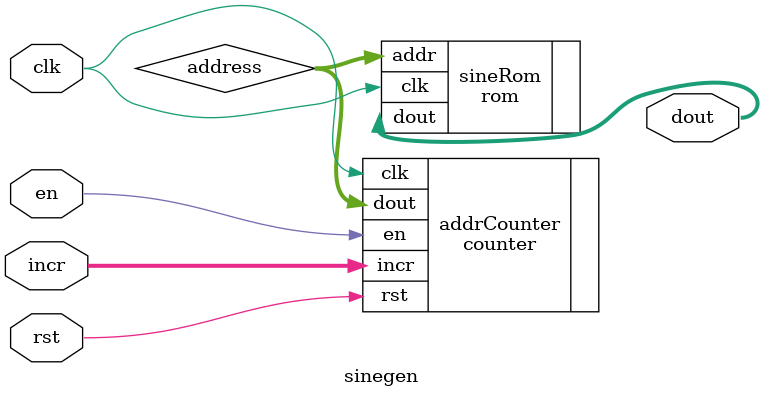
<source format=sv>
module sinegen #(
    parameter A_WIDTH = 8,
              D_WIDTH = 8
)(
    //interface signals
    input logic clk,
    input logic rst,
    input logic en,
    input logic [D_WIDTH-1:0] incr, //incement for addr counter
    output logic [D_WIDTH-1:0] dout
);

    logic [A_WIDTH-1:0] address; //increment wire

counter addrCounter (
    .clk (clk),
    .rst (rst),
    .en (en),
    .incr (incr),
    .dout (address)
);

rom sineRom (
    .clk (clk),
    .addr (address),
    .dout (dout)
);
endmodule

</source>
